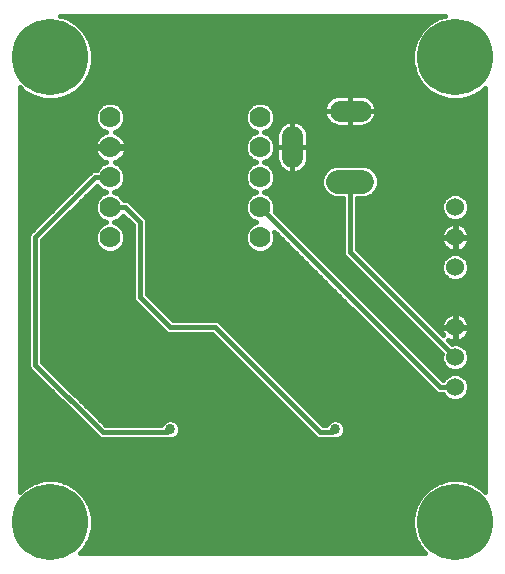
<source format=gbl>
G75*
%MOIN*%
%OFA0B0*%
%FSLAX24Y24*%
%IPPOS*%
%LPD*%
%AMOC8*
5,1,8,0,0,1.08239X$1,22.5*
%
%ADD10C,0.0700*%
%ADD11C,0.0700*%
%ADD12C,0.0800*%
%ADD13C,0.0600*%
%ADD14C,0.0340*%
%ADD15C,0.0160*%
%ADD16C,0.2540*%
D10*
X003680Y011180D03*
X003680Y012180D03*
X003680Y013180D03*
X003680Y014180D03*
X003680Y015180D03*
X008680Y015180D03*
X008680Y014180D03*
X008680Y013180D03*
X008680Y012180D03*
X008680Y011180D03*
D11*
X009751Y013848D02*
X009751Y014548D01*
X011330Y015399D02*
X012030Y015399D01*
D12*
X012080Y013036D02*
X011280Y013036D01*
D13*
X015180Y012180D03*
X015180Y011180D03*
X015180Y010180D03*
X015180Y008180D03*
X015180Y007180D03*
X015180Y006180D03*
D14*
X011180Y004780D03*
X005680Y004780D03*
D15*
X005580Y004680D01*
X003430Y004680D01*
X001180Y006930D01*
X001180Y011180D01*
X003180Y013180D01*
X003680Y013180D01*
X003488Y013653D02*
X000660Y013653D01*
X000660Y013811D02*
X003299Y013811D01*
X003276Y013835D02*
X003335Y013776D01*
X003402Y013727D01*
X003477Y013689D01*
X003532Y013671D01*
X003391Y013612D01*
X003248Y013469D01*
X003227Y013420D01*
X003132Y013420D01*
X003044Y013383D01*
X001044Y011383D01*
X000977Y011316D01*
X000940Y011228D01*
X000940Y006882D01*
X000977Y006794D01*
X003227Y004544D01*
X003294Y004477D01*
X003382Y004440D01*
X005628Y004440D01*
X005652Y004450D01*
X005746Y004450D01*
X005867Y004500D01*
X005960Y004593D01*
X006010Y004714D01*
X006010Y004846D01*
X005960Y004967D01*
X005867Y005060D01*
X005746Y005110D01*
X005614Y005110D01*
X005493Y005060D01*
X005400Y004967D01*
X005381Y004920D01*
X003529Y004920D01*
X001420Y007029D01*
X001420Y011081D01*
X003243Y012903D01*
X003248Y012891D01*
X003391Y012748D01*
X003554Y012680D01*
X003391Y012612D01*
X003248Y012469D01*
X003170Y012281D01*
X003170Y012079D01*
X003248Y011891D01*
X003391Y011748D01*
X003554Y011680D01*
X003391Y011612D01*
X003248Y011469D01*
X003170Y011281D01*
X003170Y011079D01*
X003248Y010891D01*
X003391Y010748D01*
X003579Y010670D01*
X003781Y010670D01*
X003969Y010748D01*
X004112Y010891D01*
X004190Y011079D01*
X004190Y011281D01*
X004112Y011469D01*
X003969Y011612D01*
X003806Y011680D01*
X003969Y011748D01*
X004112Y011891D01*
X004117Y011903D01*
X004440Y011581D01*
X004440Y009132D01*
X004477Y009044D01*
X005477Y008044D01*
X005544Y007977D01*
X005632Y007940D01*
X007081Y007940D01*
X010477Y004544D01*
X010544Y004477D01*
X010632Y004440D01*
X011128Y004440D01*
X011152Y004450D01*
X011246Y004450D01*
X011367Y004500D01*
X011460Y004593D01*
X011510Y004714D01*
X011510Y004846D01*
X011460Y004967D01*
X011367Y005060D01*
X011246Y005110D01*
X011114Y005110D01*
X010993Y005060D01*
X010900Y004967D01*
X010881Y004920D01*
X010779Y004920D01*
X007316Y008383D01*
X007228Y008420D01*
X005779Y008420D01*
X004920Y009279D01*
X004920Y011728D01*
X004883Y011816D01*
X004816Y011883D01*
X004316Y012383D01*
X004228Y012420D01*
X004133Y012420D01*
X004112Y012469D01*
X003969Y012612D01*
X003806Y012680D01*
X003969Y012748D01*
X004112Y012891D01*
X004190Y013079D01*
X004190Y013281D01*
X004112Y013469D01*
X003969Y013612D01*
X003828Y013671D01*
X003883Y013689D01*
X003958Y013727D01*
X004025Y013776D01*
X004084Y013835D01*
X004133Y013902D01*
X004171Y013977D01*
X004197Y014056D01*
X004210Y014138D01*
X004210Y014152D01*
X003708Y014152D01*
X003708Y014208D01*
X004210Y014208D01*
X004210Y014222D01*
X004197Y014304D01*
X004171Y014383D01*
X004133Y014458D01*
X004084Y014525D01*
X004025Y014584D01*
X003958Y014633D01*
X003883Y014671D01*
X003828Y014689D01*
X003969Y014748D01*
X004112Y014891D01*
X004190Y015079D01*
X008170Y015079D01*
X008248Y014891D01*
X008391Y014748D01*
X008554Y014680D01*
X008391Y014612D01*
X008248Y014469D01*
X008170Y014281D01*
X008170Y014079D01*
X008248Y013891D01*
X008391Y013748D01*
X008554Y013680D01*
X008391Y013612D01*
X008248Y013469D01*
X008170Y013281D01*
X008170Y013079D01*
X008248Y012891D01*
X008391Y012748D01*
X008554Y012680D01*
X008391Y012612D01*
X008248Y012469D01*
X008170Y012281D01*
X008170Y012079D01*
X008248Y011891D01*
X008391Y011748D01*
X008554Y011680D01*
X008391Y011612D01*
X008248Y011469D01*
X008170Y011281D01*
X008170Y011079D01*
X008248Y010891D01*
X008391Y010748D01*
X008579Y010670D01*
X008781Y010670D01*
X008969Y010748D01*
X009112Y010891D01*
X009190Y011079D01*
X009190Y011281D01*
X009155Y011365D01*
X014544Y005977D01*
X014632Y005940D01*
X014782Y005940D01*
X014790Y005919D01*
X014919Y005790D01*
X015088Y005720D01*
X015271Y005720D01*
X015441Y005790D01*
X015570Y005919D01*
X015640Y006088D01*
X015640Y006271D01*
X015570Y006441D01*
X015441Y006570D01*
X015271Y006640D01*
X015088Y006640D01*
X014919Y006570D01*
X014790Y006441D01*
X014782Y006420D01*
X014779Y006420D01*
X009170Y012030D01*
X009190Y012079D01*
X009190Y012281D01*
X009112Y012469D01*
X008969Y012612D01*
X008806Y012680D01*
X008969Y012748D01*
X009112Y012891D01*
X009190Y013079D01*
X009190Y013281D01*
X009112Y013469D01*
X008969Y013612D01*
X008806Y013680D01*
X008969Y013748D01*
X009112Y013891D01*
X009190Y014079D01*
X009190Y014281D01*
X009112Y014469D01*
X008969Y014612D01*
X008806Y014680D01*
X008969Y014748D01*
X009112Y014891D01*
X009190Y015079D01*
X010907Y015079D01*
X010926Y015053D02*
X010985Y014994D01*
X011052Y014945D01*
X011127Y014907D01*
X011206Y014882D01*
X011288Y014869D01*
X011680Y014869D01*
X012072Y014869D01*
X012154Y014882D01*
X012233Y014907D01*
X012308Y014945D01*
X012375Y014994D01*
X012434Y015053D01*
X012483Y015121D01*
X012521Y015195D01*
X012547Y015274D01*
X012560Y015357D01*
X012560Y015398D01*
X011680Y015398D01*
X011680Y014869D01*
X011680Y015398D01*
X011680Y015398D01*
X011680Y015399D01*
X011680Y015929D01*
X011288Y015929D01*
X011206Y015915D01*
X011127Y015890D01*
X011052Y015852D01*
X010985Y015803D01*
X010926Y015744D01*
X010877Y015676D01*
X010839Y015602D01*
X010813Y015523D01*
X010800Y015440D01*
X010800Y015399D01*
X011680Y015399D01*
X011680Y015399D01*
X011680Y015929D01*
X012072Y015929D01*
X012154Y015915D01*
X012233Y015890D01*
X012308Y015852D01*
X012375Y015803D01*
X012434Y015744D01*
X012483Y015676D01*
X012521Y015602D01*
X012547Y015523D01*
X012560Y015440D01*
X012560Y015399D01*
X011680Y015399D01*
X011680Y015398D01*
X010800Y015398D01*
X010800Y015357D01*
X010813Y015274D01*
X010839Y015195D01*
X010877Y015121D01*
X010926Y015053D01*
X010825Y015238D02*
X009190Y015238D01*
X009190Y015281D02*
X009112Y015469D01*
X008969Y015612D01*
X008781Y015690D01*
X008579Y015690D01*
X008391Y015612D01*
X008248Y015469D01*
X008170Y015281D01*
X008170Y015079D01*
X008170Y015238D02*
X004190Y015238D01*
X004190Y015281D02*
X004112Y015469D01*
X003969Y015612D01*
X003781Y015690D01*
X003579Y015690D01*
X003391Y015612D01*
X003248Y015469D01*
X003170Y015281D01*
X003170Y015079D01*
X000660Y015079D01*
X000660Y014921D02*
X003235Y014921D01*
X003248Y014891D02*
X003391Y014748D01*
X003532Y014689D01*
X003477Y014671D01*
X003402Y014633D01*
X003335Y014584D01*
X003276Y014525D01*
X003227Y014458D01*
X003189Y014383D01*
X003163Y014304D01*
X003150Y014222D01*
X003150Y014208D01*
X003652Y014208D01*
X003652Y014152D01*
X003150Y014152D01*
X003150Y014138D01*
X003163Y014056D01*
X003189Y013977D01*
X003227Y013902D01*
X003276Y013835D01*
X003192Y013970D02*
X000660Y013970D01*
X000660Y014128D02*
X003152Y014128D01*
X003160Y014287D02*
X000660Y014287D01*
X000660Y014445D02*
X003220Y014445D01*
X003361Y014604D02*
X000660Y014604D01*
X000660Y014762D02*
X003377Y014762D01*
X003248Y014891D02*
X003170Y015079D01*
X003170Y015238D02*
X000660Y015238D01*
X000660Y015396D02*
X003217Y015396D01*
X003333Y015555D02*
X000660Y015555D01*
X000660Y015713D02*
X010903Y015713D01*
X010823Y015555D02*
X009027Y015555D01*
X009143Y015396D02*
X010800Y015396D01*
X011091Y015872D02*
X002274Y015872D01*
X002232Y015847D02*
X002558Y016036D01*
X002824Y016302D01*
X003013Y016628D01*
X003110Y016992D01*
X003110Y017368D01*
X003013Y017732D01*
X002824Y018058D01*
X002558Y018324D01*
X002232Y018513D01*
X002017Y018570D01*
X014843Y018570D01*
X014628Y018513D01*
X014302Y018324D01*
X014036Y018058D01*
X013847Y017732D01*
X013750Y017368D01*
X013750Y016992D01*
X013847Y016628D01*
X014036Y016302D01*
X014302Y016036D01*
X014628Y015847D01*
X014992Y015750D01*
X015368Y015750D01*
X015732Y015847D01*
X016058Y016036D01*
X016192Y016170D01*
X016192Y002690D01*
X016058Y002824D01*
X015732Y003013D01*
X015368Y003110D01*
X014992Y003110D01*
X014628Y003013D01*
X014302Y002824D01*
X014036Y002558D01*
X013847Y002232D01*
X013750Y001868D01*
X013750Y001492D01*
X013847Y001128D01*
X014036Y000802D01*
X014178Y000660D01*
X002682Y000660D01*
X002824Y000802D01*
X003013Y001128D01*
X003110Y001492D01*
X003110Y001868D01*
X003013Y002232D01*
X002824Y002558D01*
X002558Y002824D01*
X002232Y003013D01*
X001868Y003110D01*
X001492Y003110D01*
X001128Y003013D01*
X000802Y002824D01*
X000660Y002682D01*
X000660Y016178D01*
X000802Y016036D01*
X001128Y015847D01*
X001492Y015750D01*
X001868Y015750D01*
X002232Y015847D01*
X002548Y016030D02*
X014312Y016030D01*
X014149Y016189D02*
X002711Y016189D01*
X002850Y016347D02*
X014010Y016347D01*
X013918Y016506D02*
X002942Y016506D01*
X003022Y016664D02*
X013838Y016664D01*
X013795Y016823D02*
X003065Y016823D01*
X003107Y016981D02*
X013753Y016981D01*
X013750Y017140D02*
X003110Y017140D01*
X003110Y017298D02*
X013750Y017298D01*
X013774Y017457D02*
X003086Y017457D01*
X003044Y017615D02*
X013816Y017615D01*
X013871Y017774D02*
X002989Y017774D01*
X002897Y017932D02*
X013963Y017932D01*
X014068Y018091D02*
X002792Y018091D01*
X002633Y018249D02*
X014227Y018249D01*
X014446Y018408D02*
X002414Y018408D01*
X002032Y018566D02*
X014828Y018566D01*
X016048Y016030D02*
X016192Y016030D01*
X016192Y015872D02*
X015774Y015872D01*
X016192Y015713D02*
X012457Y015713D01*
X012537Y015555D02*
X016192Y015555D01*
X016192Y015396D02*
X012560Y015396D01*
X012535Y015238D02*
X016192Y015238D01*
X016192Y015079D02*
X012453Y015079D01*
X012259Y014921D02*
X016192Y014921D01*
X016192Y014762D02*
X010237Y014762D01*
X010242Y014751D02*
X010204Y014825D01*
X010155Y014893D01*
X010096Y014952D01*
X010029Y015001D01*
X009954Y015039D01*
X009875Y015065D01*
X009793Y015078D01*
X009751Y015078D01*
X009751Y014198D01*
X009751Y014198D01*
X010281Y014198D01*
X010281Y014589D01*
X010268Y014672D01*
X010242Y014751D01*
X010279Y014604D02*
X016192Y014604D01*
X016192Y014445D02*
X010281Y014445D01*
X010281Y014287D02*
X016192Y014287D01*
X016192Y014128D02*
X010281Y014128D01*
X010281Y014198D02*
X010281Y013806D01*
X010268Y013724D01*
X010242Y013644D01*
X010204Y013570D01*
X010155Y013502D01*
X010096Y013443D01*
X010029Y013394D01*
X009954Y013357D01*
X009875Y013331D01*
X009793Y013318D01*
X009751Y013318D01*
X009751Y014198D01*
X009751Y014198D01*
X009751Y015078D01*
X009709Y015078D01*
X009627Y015065D01*
X009547Y015039D01*
X009473Y015001D01*
X009406Y014952D01*
X009347Y014893D01*
X009298Y014825D01*
X009260Y014751D01*
X009234Y014672D01*
X009221Y014589D01*
X009221Y014198D01*
X009751Y014198D01*
X009751Y014198D01*
X010281Y014198D01*
X010281Y013970D02*
X016192Y013970D01*
X016192Y013811D02*
X010281Y013811D01*
X010245Y013653D02*
X016192Y013653D01*
X016192Y013494D02*
X012414Y013494D01*
X012397Y013511D02*
X012191Y013596D01*
X011169Y013596D01*
X010963Y013511D01*
X010805Y013354D01*
X010720Y013148D01*
X010720Y012925D01*
X010805Y012719D01*
X010963Y012562D01*
X011169Y012476D01*
X011440Y012476D01*
X011440Y010632D01*
X011477Y010544D01*
X014729Y007292D01*
X014720Y007271D01*
X014720Y007088D01*
X014790Y006919D01*
X014919Y006790D01*
X015088Y006720D01*
X015271Y006720D01*
X015441Y006790D01*
X015570Y006919D01*
X015640Y007088D01*
X015640Y007271D01*
X015570Y007441D01*
X015441Y007570D01*
X015271Y007640D01*
X015088Y007640D01*
X015068Y007631D01*
X014932Y007768D01*
X014996Y007735D01*
X015068Y007712D01*
X015142Y007700D01*
X015160Y007700D01*
X015160Y008160D01*
X014700Y008160D01*
X014700Y008142D01*
X014712Y008068D01*
X014735Y007996D01*
X014768Y007932D01*
X011920Y010779D01*
X011920Y012476D01*
X012191Y012476D01*
X012397Y012562D01*
X012555Y012719D01*
X012640Y012925D01*
X012640Y013148D01*
X012555Y013354D01*
X012397Y013511D01*
X012562Y013336D02*
X016192Y013336D01*
X016192Y013177D02*
X012628Y013177D01*
X012640Y013019D02*
X016192Y013019D01*
X016192Y012860D02*
X012613Y012860D01*
X012537Y012702D02*
X016192Y012702D01*
X016192Y012543D02*
X015468Y012543D01*
X015441Y012570D02*
X015271Y012640D01*
X015088Y012640D01*
X014919Y012570D01*
X014790Y012441D01*
X014720Y012271D01*
X014720Y012088D01*
X014790Y011919D01*
X014919Y011790D01*
X015088Y011720D01*
X015271Y011720D01*
X015441Y011790D01*
X015570Y011919D01*
X015640Y012088D01*
X015640Y012271D01*
X015570Y012441D01*
X015441Y012570D01*
X015593Y012385D02*
X016192Y012385D01*
X016192Y012226D02*
X015640Y012226D01*
X015631Y012068D02*
X016192Y012068D01*
X016192Y011909D02*
X015560Y011909D01*
X015345Y011751D02*
X016192Y011751D01*
X016192Y011592D02*
X015429Y011592D01*
X015432Y011591D02*
X015364Y011625D01*
X015292Y011648D01*
X015218Y011660D01*
X015200Y011660D01*
X015200Y011200D01*
X015660Y011200D01*
X015660Y011218D01*
X015648Y011292D01*
X015625Y011364D01*
X015591Y011432D01*
X015546Y011493D01*
X015493Y011546D01*
X015432Y011591D01*
X015589Y011434D02*
X016192Y011434D01*
X016192Y011275D02*
X015651Y011275D01*
X015660Y011160D02*
X015200Y011160D01*
X015200Y011200D01*
X015160Y011200D01*
X015160Y011660D01*
X015142Y011660D01*
X015068Y011648D01*
X014996Y011625D01*
X014928Y011591D01*
X014867Y011546D01*
X014814Y011493D01*
X014769Y011432D01*
X014735Y011364D01*
X014712Y011292D01*
X014700Y011218D01*
X014700Y011200D01*
X015160Y011200D01*
X015160Y011160D01*
X015200Y011160D01*
X015200Y010700D01*
X015218Y010700D01*
X015292Y010712D01*
X015364Y010735D01*
X015432Y010769D01*
X015493Y010814D01*
X015546Y010867D01*
X015591Y010928D01*
X015625Y010996D01*
X015648Y011068D01*
X015660Y011142D01*
X015660Y011160D01*
X015656Y011117D02*
X016192Y011117D01*
X016192Y010958D02*
X015606Y010958D01*
X015473Y010800D02*
X016192Y010800D01*
X016192Y010641D02*
X012058Y010641D01*
X011920Y010800D02*
X014887Y010800D01*
X014867Y010814D02*
X014928Y010769D01*
X014996Y010735D01*
X015068Y010712D01*
X015142Y010700D01*
X015160Y010700D01*
X015160Y011160D01*
X014700Y011160D01*
X014700Y011142D01*
X014712Y011068D01*
X014735Y010996D01*
X014769Y010928D01*
X014814Y010867D01*
X014867Y010814D01*
X014754Y010958D02*
X011920Y010958D01*
X011920Y011117D02*
X014704Y011117D01*
X014709Y011275D02*
X011920Y011275D01*
X011920Y011434D02*
X014771Y011434D01*
X014931Y011592D02*
X011920Y011592D01*
X011920Y011751D02*
X015015Y011751D01*
X015160Y011592D02*
X015200Y011592D01*
X015200Y011434D02*
X015160Y011434D01*
X015160Y011275D02*
X015200Y011275D01*
X015200Y011117D02*
X015160Y011117D01*
X015160Y010958D02*
X015200Y010958D01*
X015200Y010800D02*
X015160Y010800D01*
X015088Y010640D02*
X014919Y010570D01*
X014790Y010441D01*
X014720Y010271D01*
X014720Y010088D01*
X014790Y009919D01*
X014919Y009790D01*
X015088Y009720D01*
X015271Y009720D01*
X015441Y009790D01*
X015570Y009919D01*
X015640Y010088D01*
X015640Y010271D01*
X015570Y010441D01*
X015441Y010570D01*
X015271Y010640D01*
X015088Y010640D01*
X014832Y010483D02*
X012217Y010483D01*
X012375Y010324D02*
X014742Y010324D01*
X014720Y010166D02*
X012534Y010166D01*
X012692Y010007D02*
X014754Y010007D01*
X014861Y009849D02*
X012851Y009849D01*
X013009Y009690D02*
X016192Y009690D01*
X016192Y009532D02*
X013168Y009532D01*
X013326Y009373D02*
X016192Y009373D01*
X016192Y009215D02*
X013485Y009215D01*
X013643Y009056D02*
X016192Y009056D01*
X016192Y008898D02*
X013802Y008898D01*
X013960Y008739D02*
X016192Y008739D01*
X016192Y008581D02*
X015445Y008581D01*
X015432Y008591D02*
X015364Y008625D01*
X015292Y008648D01*
X015218Y008660D01*
X015200Y008660D01*
X015200Y008200D01*
X015160Y008200D01*
X015160Y008660D01*
X015142Y008660D01*
X015068Y008648D01*
X014996Y008625D01*
X014928Y008591D01*
X014867Y008546D01*
X014814Y008493D01*
X014769Y008432D01*
X014735Y008364D01*
X014712Y008292D01*
X014700Y008218D01*
X014700Y008200D01*
X015160Y008200D01*
X015160Y008160D01*
X015200Y008160D01*
X015200Y008200D01*
X015660Y008200D01*
X015660Y008218D01*
X015648Y008292D01*
X015625Y008364D01*
X015591Y008432D01*
X015546Y008493D01*
X015493Y008546D01*
X015432Y008591D01*
X015200Y008581D02*
X015160Y008581D01*
X015160Y008422D02*
X015200Y008422D01*
X015200Y008264D02*
X015160Y008264D01*
X015200Y008160D02*
X015660Y008160D01*
X015660Y008142D01*
X015648Y008068D01*
X015625Y007996D01*
X015591Y007928D01*
X015546Y007867D01*
X015493Y007814D01*
X015432Y007769D01*
X015364Y007735D01*
X015292Y007712D01*
X015218Y007700D01*
X015200Y007700D01*
X015200Y008160D01*
X015200Y008105D02*
X015160Y008105D01*
X015160Y007947D02*
X015200Y007947D01*
X015200Y007788D02*
X015160Y007788D01*
X015297Y007630D02*
X016192Y007630D01*
X016192Y007788D02*
X015457Y007788D01*
X015600Y007947D02*
X016192Y007947D01*
X016192Y008105D02*
X015654Y008105D01*
X015653Y008264D02*
X016192Y008264D01*
X016192Y008422D02*
X015595Y008422D01*
X014915Y008581D02*
X014119Y008581D01*
X014277Y008422D02*
X014765Y008422D01*
X014707Y008264D02*
X014436Y008264D01*
X014594Y008105D02*
X014706Y008105D01*
X014753Y007947D02*
X014760Y007947D01*
X014391Y007630D02*
X013570Y007630D01*
X013411Y007788D02*
X014233Y007788D01*
X014074Y007947D02*
X013253Y007947D01*
X013094Y008105D02*
X013916Y008105D01*
X013757Y008264D02*
X012936Y008264D01*
X012777Y008422D02*
X013599Y008422D01*
X013440Y008581D02*
X012619Y008581D01*
X012460Y008739D02*
X013282Y008739D01*
X013123Y008898D02*
X012302Y008898D01*
X012143Y009056D02*
X012965Y009056D01*
X012806Y009215D02*
X011985Y009215D01*
X011826Y009373D02*
X012648Y009373D01*
X012489Y009532D02*
X011668Y009532D01*
X011509Y009690D02*
X012331Y009690D01*
X012172Y009849D02*
X011351Y009849D01*
X011192Y010007D02*
X012014Y010007D01*
X011855Y010166D02*
X011034Y010166D01*
X010875Y010324D02*
X011697Y010324D01*
X011538Y010483D02*
X010717Y010483D01*
X010558Y010641D02*
X011440Y010641D01*
X011440Y010800D02*
X010400Y010800D01*
X010241Y010958D02*
X011440Y010958D01*
X011440Y011117D02*
X010083Y011117D01*
X009924Y011275D02*
X011440Y011275D01*
X011440Y011434D02*
X009766Y011434D01*
X009607Y011592D02*
X011440Y011592D01*
X011440Y011751D02*
X009449Y011751D01*
X009290Y011909D02*
X011440Y011909D01*
X011440Y012068D02*
X009185Y012068D01*
X009190Y012226D02*
X011440Y012226D01*
X011440Y012385D02*
X009147Y012385D01*
X009038Y012543D02*
X011008Y012543D01*
X010823Y012702D02*
X008858Y012702D01*
X009081Y012860D02*
X010747Y012860D01*
X010720Y013019D02*
X009165Y013019D01*
X009190Y013177D02*
X010732Y013177D01*
X010798Y013336D02*
X009890Y013336D01*
X009751Y013336D02*
X009751Y013336D01*
X009751Y013318D02*
X009751Y014198D01*
X009751Y014198D01*
X009221Y014198D01*
X009221Y013806D01*
X009234Y013724D01*
X009260Y013644D01*
X009298Y013570D01*
X009347Y013502D01*
X009406Y013443D01*
X009473Y013394D01*
X009547Y013357D01*
X009627Y013331D01*
X009709Y013318D01*
X009751Y013318D01*
X009612Y013336D02*
X009168Y013336D01*
X009087Y013494D02*
X009355Y013494D01*
X009257Y013653D02*
X008872Y013653D01*
X009032Y013811D02*
X009221Y013811D01*
X009221Y013970D02*
X009145Y013970D01*
X009190Y014128D02*
X009221Y014128D01*
X009221Y014287D02*
X009188Y014287D01*
X009221Y014445D02*
X009122Y014445D01*
X009223Y014604D02*
X008978Y014604D01*
X008983Y014762D02*
X009265Y014762D01*
X009374Y014921D02*
X009125Y014921D01*
X009190Y015079D02*
X009190Y015281D01*
X009751Y014921D02*
X009751Y014921D01*
X009751Y014762D02*
X009751Y014762D01*
X009751Y014604D02*
X009751Y014604D01*
X009751Y014445D02*
X009751Y014445D01*
X009751Y014287D02*
X009751Y014287D01*
X009751Y014128D02*
X009751Y014128D01*
X009751Y013970D02*
X009751Y013970D01*
X009751Y013811D02*
X009751Y013811D01*
X009751Y013653D02*
X009751Y013653D01*
X009751Y013494D02*
X009751Y013494D01*
X010147Y013494D02*
X010946Y013494D01*
X011680Y013036D02*
X011680Y010680D01*
X015180Y007180D01*
X015601Y006996D02*
X016192Y006996D01*
X016192Y007154D02*
X015640Y007154D01*
X015623Y007313D02*
X016192Y007313D01*
X016192Y007471D02*
X015540Y007471D01*
X015488Y006837D02*
X016192Y006837D01*
X016192Y006679D02*
X014521Y006679D01*
X014362Y006837D02*
X014872Y006837D01*
X014759Y006996D02*
X014204Y006996D01*
X014045Y007154D02*
X014720Y007154D01*
X014708Y007313D02*
X013887Y007313D01*
X013728Y007471D02*
X014550Y007471D01*
X013842Y006679D02*
X009021Y006679D01*
X008862Y006837D02*
X013684Y006837D01*
X013525Y006996D02*
X008704Y006996D01*
X008545Y007154D02*
X013367Y007154D01*
X013208Y007313D02*
X008387Y007313D01*
X008228Y007471D02*
X013050Y007471D01*
X012891Y007630D02*
X008070Y007630D01*
X007911Y007788D02*
X012733Y007788D01*
X012574Y007947D02*
X007753Y007947D01*
X007594Y008105D02*
X012416Y008105D01*
X012257Y008264D02*
X007436Y008264D01*
X007180Y008180D02*
X010680Y004680D01*
X011080Y004680D01*
X011180Y004780D01*
X011269Y004460D02*
X016192Y004460D01*
X016192Y004618D02*
X011470Y004618D01*
X011510Y004777D02*
X016192Y004777D01*
X016192Y004935D02*
X011473Y004935D01*
X011285Y005094D02*
X016192Y005094D01*
X016192Y005252D02*
X010447Y005252D01*
X010289Y005411D02*
X016192Y005411D01*
X016192Y005569D02*
X010130Y005569D01*
X009972Y005728D02*
X015070Y005728D01*
X015290Y005728D02*
X016192Y005728D01*
X016192Y005886D02*
X015537Y005886D01*
X015622Y006045D02*
X016192Y006045D01*
X016192Y006203D02*
X015640Y006203D01*
X015603Y006362D02*
X016192Y006362D01*
X016192Y006520D02*
X015491Y006520D01*
X015180Y006180D02*
X014680Y006180D01*
X008680Y012180D01*
X008322Y012543D02*
X004038Y012543D01*
X003858Y012702D02*
X008502Y012702D01*
X008279Y012860D02*
X004081Y012860D01*
X004165Y013019D02*
X008195Y013019D01*
X008170Y013177D02*
X004190Y013177D01*
X004168Y013336D02*
X008192Y013336D01*
X008273Y013494D02*
X004087Y013494D01*
X003872Y013653D02*
X008488Y013653D01*
X008328Y013811D02*
X004061Y013811D01*
X004168Y013970D02*
X008215Y013970D01*
X008170Y014128D02*
X004208Y014128D01*
X004200Y014287D02*
X008172Y014287D01*
X008238Y014445D02*
X004140Y014445D01*
X003999Y014604D02*
X008382Y014604D01*
X008377Y014762D02*
X003983Y014762D01*
X004125Y014921D02*
X008235Y014921D01*
X008217Y015396D02*
X004143Y015396D01*
X004190Y015281D02*
X004190Y015079D01*
X004027Y015555D02*
X008333Y015555D01*
X010128Y014921D02*
X011101Y014921D01*
X011680Y014921D02*
X011680Y014921D01*
X011680Y015079D02*
X011680Y015079D01*
X011680Y015238D02*
X011680Y015238D01*
X011680Y015396D02*
X011680Y015396D01*
X011680Y015555D02*
X011680Y015555D01*
X011680Y015713D02*
X011680Y015713D01*
X011680Y015872D02*
X011680Y015872D01*
X012269Y015872D02*
X014586Y015872D01*
X014892Y012543D02*
X012352Y012543D01*
X011920Y012385D02*
X014767Y012385D01*
X014720Y012226D02*
X011920Y012226D01*
X011920Y012068D02*
X014729Y012068D01*
X014800Y011909D02*
X011920Y011909D01*
X010355Y010166D02*
X004920Y010166D01*
X004920Y010324D02*
X010197Y010324D01*
X010038Y010483D02*
X004920Y010483D01*
X004920Y010641D02*
X009880Y010641D01*
X009721Y010800D02*
X009021Y010800D01*
X009140Y010958D02*
X009563Y010958D01*
X009404Y011117D02*
X009190Y011117D01*
X009190Y011275D02*
X009246Y011275D01*
X008371Y011592D02*
X004920Y011592D01*
X004920Y011434D02*
X008233Y011434D01*
X008170Y011275D02*
X004920Y011275D01*
X004920Y011117D02*
X008170Y011117D01*
X008220Y010958D02*
X004920Y010958D01*
X004920Y010800D02*
X008339Y010800D01*
X008388Y011751D02*
X004911Y011751D01*
X004790Y011909D02*
X008240Y011909D01*
X008175Y012068D02*
X004632Y012068D01*
X004473Y012226D02*
X008170Y012226D01*
X008213Y012385D02*
X004313Y012385D01*
X004180Y012180D02*
X004680Y011680D01*
X004680Y009180D01*
X005680Y008180D01*
X007180Y008180D01*
X007233Y007788D02*
X001420Y007788D01*
X001420Y007630D02*
X007391Y007630D01*
X007550Y007471D02*
X001420Y007471D01*
X001420Y007313D02*
X007708Y007313D01*
X007867Y007154D02*
X001420Y007154D01*
X001454Y006996D02*
X008025Y006996D01*
X008184Y006837D02*
X001612Y006837D01*
X001771Y006679D02*
X008342Y006679D01*
X008501Y006520D02*
X001929Y006520D01*
X002088Y006362D02*
X008659Y006362D01*
X008818Y006203D02*
X002246Y006203D01*
X002405Y006045D02*
X008976Y006045D01*
X009135Y005886D02*
X002563Y005886D01*
X002722Y005728D02*
X009293Y005728D01*
X009452Y005569D02*
X002880Y005569D01*
X003039Y005411D02*
X009610Y005411D01*
X009769Y005252D02*
X003197Y005252D01*
X003356Y005094D02*
X005575Y005094D01*
X005785Y005094D02*
X009927Y005094D01*
X010086Y004935D02*
X005973Y004935D01*
X006010Y004777D02*
X010244Y004777D01*
X010403Y004618D02*
X005970Y004618D01*
X005769Y004460D02*
X010585Y004460D01*
X010764Y004935D02*
X010887Y004935D01*
X011075Y005094D02*
X010606Y005094D01*
X009813Y005886D02*
X014823Y005886D01*
X014476Y006045D02*
X009655Y006045D01*
X009496Y006203D02*
X014318Y006203D01*
X014159Y006362D02*
X009338Y006362D01*
X009179Y006520D02*
X014001Y006520D01*
X014679Y006520D02*
X014869Y006520D01*
X016192Y004301D02*
X000660Y004301D01*
X000660Y004143D02*
X016192Y004143D01*
X016192Y003984D02*
X000660Y003984D01*
X000660Y003826D02*
X016192Y003826D01*
X016192Y003667D02*
X000660Y003667D01*
X000660Y003509D02*
X016192Y003509D01*
X016192Y003350D02*
X000660Y003350D01*
X000660Y003192D02*
X016192Y003192D01*
X016192Y003033D02*
X015656Y003033D01*
X015971Y002875D02*
X016192Y002875D01*
X016192Y002716D02*
X016166Y002716D01*
X014704Y003033D02*
X002156Y003033D01*
X002471Y002875D02*
X014389Y002875D01*
X014194Y002716D02*
X002666Y002716D01*
X002825Y002558D02*
X014035Y002558D01*
X013944Y002399D02*
X002916Y002399D01*
X003008Y002241D02*
X013852Y002241D01*
X013807Y002082D02*
X003053Y002082D01*
X003095Y001924D02*
X013765Y001924D01*
X013750Y001765D02*
X003110Y001765D01*
X003110Y001607D02*
X013750Y001607D01*
X013762Y001448D02*
X003098Y001448D01*
X003056Y001290D02*
X013804Y001290D01*
X013847Y001131D02*
X003013Y001131D01*
X002923Y000973D02*
X013937Y000973D01*
X014029Y000814D02*
X002831Y000814D01*
X001204Y003033D02*
X000660Y003033D01*
X000660Y002875D02*
X000889Y002875D01*
X000694Y002716D02*
X000660Y002716D01*
X000660Y004460D02*
X003335Y004460D01*
X003153Y004618D02*
X000660Y004618D01*
X000660Y004777D02*
X002994Y004777D01*
X002836Y004935D02*
X000660Y004935D01*
X000660Y005094D02*
X002677Y005094D01*
X002519Y005252D02*
X000660Y005252D01*
X000660Y005411D02*
X002360Y005411D01*
X002202Y005569D02*
X000660Y005569D01*
X000660Y005728D02*
X002043Y005728D01*
X001885Y005886D02*
X000660Y005886D01*
X000660Y006045D02*
X001726Y006045D01*
X001568Y006203D02*
X000660Y006203D01*
X000660Y006362D02*
X001409Y006362D01*
X001251Y006520D02*
X000660Y006520D01*
X000660Y006679D02*
X001092Y006679D01*
X000959Y006837D02*
X000660Y006837D01*
X000660Y006996D02*
X000940Y006996D01*
X000940Y007154D02*
X000660Y007154D01*
X000660Y007313D02*
X000940Y007313D01*
X000940Y007471D02*
X000660Y007471D01*
X000660Y007630D02*
X000940Y007630D01*
X000940Y007788D02*
X000660Y007788D01*
X000660Y007947D02*
X000940Y007947D01*
X000940Y008105D02*
X000660Y008105D01*
X000660Y008264D02*
X000940Y008264D01*
X000940Y008422D02*
X000660Y008422D01*
X000660Y008581D02*
X000940Y008581D01*
X000940Y008739D02*
X000660Y008739D01*
X000660Y008898D02*
X000940Y008898D01*
X000940Y009056D02*
X000660Y009056D01*
X000660Y009215D02*
X000940Y009215D01*
X000940Y009373D02*
X000660Y009373D01*
X000660Y009532D02*
X000940Y009532D01*
X000940Y009690D02*
X000660Y009690D01*
X000660Y009849D02*
X000940Y009849D01*
X000940Y010007D02*
X000660Y010007D01*
X000660Y010166D02*
X000940Y010166D01*
X000940Y010324D02*
X000660Y010324D01*
X000660Y010483D02*
X000940Y010483D01*
X000940Y010641D02*
X000660Y010641D01*
X000660Y010800D02*
X000940Y010800D01*
X000940Y010958D02*
X000660Y010958D01*
X000660Y011117D02*
X000940Y011117D01*
X000960Y011275D02*
X000660Y011275D01*
X000660Y011434D02*
X001094Y011434D01*
X001253Y011592D02*
X000660Y011592D01*
X000660Y011751D02*
X001411Y011751D01*
X001570Y011909D02*
X000660Y011909D01*
X000660Y012068D02*
X001728Y012068D01*
X001887Y012226D02*
X000660Y012226D01*
X000660Y012385D02*
X002045Y012385D01*
X002204Y012543D02*
X000660Y012543D01*
X000660Y012702D02*
X002362Y012702D01*
X002521Y012860D02*
X000660Y012860D01*
X000660Y013019D02*
X002679Y013019D01*
X002838Y013177D02*
X000660Y013177D01*
X000660Y013336D02*
X002996Y013336D01*
X003273Y013494D02*
X000660Y013494D01*
X002090Y011751D02*
X003388Y011751D01*
X003371Y011592D02*
X001931Y011592D01*
X001773Y011434D02*
X003233Y011434D01*
X003170Y011275D02*
X001614Y011275D01*
X001456Y011117D02*
X003170Y011117D01*
X003220Y010958D02*
X001420Y010958D01*
X001420Y010800D02*
X003339Y010800D01*
X004021Y010800D02*
X004440Y010800D01*
X004440Y010958D02*
X004140Y010958D01*
X004190Y011117D02*
X004440Y011117D01*
X004440Y011275D02*
X004190Y011275D01*
X004127Y011434D02*
X004440Y011434D01*
X004429Y011592D02*
X003989Y011592D01*
X003972Y011751D02*
X004270Y011751D01*
X004180Y012180D02*
X003680Y012180D01*
X003322Y012543D02*
X002882Y012543D01*
X002724Y012385D02*
X003213Y012385D01*
X003170Y012226D02*
X002565Y012226D01*
X002407Y012068D02*
X003175Y012068D01*
X003240Y011909D02*
X002248Y011909D01*
X003041Y012702D02*
X003502Y012702D01*
X003279Y012860D02*
X003199Y012860D01*
X004440Y010641D02*
X001420Y010641D01*
X001420Y010483D02*
X004440Y010483D01*
X004440Y010324D02*
X001420Y010324D01*
X001420Y010166D02*
X004440Y010166D01*
X004440Y010007D02*
X001420Y010007D01*
X001420Y009849D02*
X004440Y009849D01*
X004440Y009690D02*
X001420Y009690D01*
X001420Y009532D02*
X004440Y009532D01*
X004440Y009373D02*
X001420Y009373D01*
X001420Y009215D02*
X004440Y009215D01*
X004472Y009056D02*
X001420Y009056D01*
X001420Y008898D02*
X004623Y008898D01*
X004782Y008739D02*
X001420Y008739D01*
X001420Y008581D02*
X004940Y008581D01*
X005099Y008422D02*
X001420Y008422D01*
X001420Y008264D02*
X005257Y008264D01*
X005416Y008105D02*
X001420Y008105D01*
X001420Y007947D02*
X005617Y007947D01*
X005777Y008422D02*
X012099Y008422D01*
X011940Y008581D02*
X005619Y008581D01*
X005460Y008739D02*
X011782Y008739D01*
X011623Y008898D02*
X005302Y008898D01*
X005143Y009056D02*
X011465Y009056D01*
X011306Y009215D02*
X004985Y009215D01*
X004920Y009373D02*
X011148Y009373D01*
X010989Y009532D02*
X004920Y009532D01*
X004920Y009690D02*
X010831Y009690D01*
X010672Y009849D02*
X004920Y009849D01*
X004920Y010007D02*
X010514Y010007D01*
X015499Y009849D02*
X016192Y009849D01*
X016192Y010007D02*
X015606Y010007D01*
X015640Y010166D02*
X016192Y010166D01*
X016192Y010324D02*
X015618Y010324D01*
X015528Y010483D02*
X016192Y010483D01*
X005387Y004935D02*
X003514Y004935D01*
X001086Y015872D02*
X000660Y015872D01*
X000660Y016030D02*
X000812Y016030D01*
D16*
X001680Y001680D03*
X001680Y017180D03*
X015180Y017180D03*
X015180Y001680D03*
M02*

</source>
